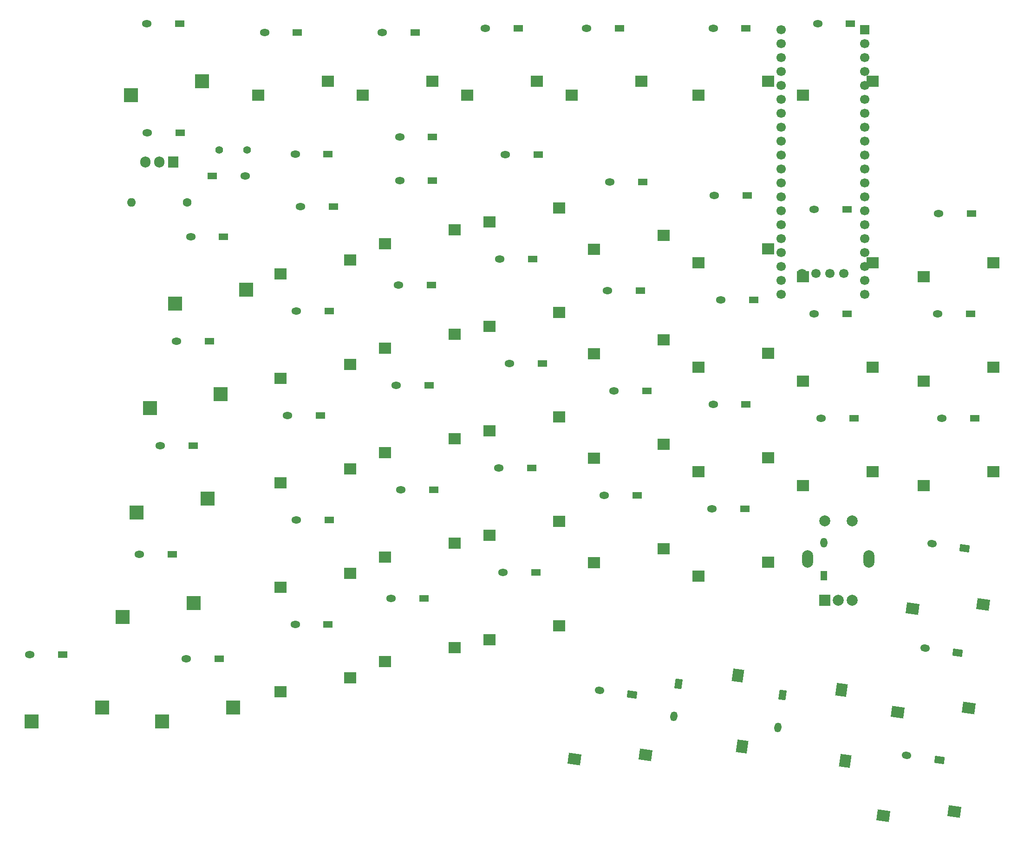
<source format=gbr>
%TF.GenerationSoftware,KiCad,Pcbnew,(6.0.5-0)*%
%TF.CreationDate,2023-01-14T19:39:34-08:00*%
%TF.ProjectId,ergodonk_pcb,6572676f-646f-46e6-9b5f-7063622e6b69,rev?*%
%TF.SameCoordinates,Original*%
%TF.FileFunction,Copper,L2,Bot*%
%TF.FilePolarity,Positive*%
%FSLAX46Y46*%
G04 Gerber Fmt 4.6, Leading zero omitted, Abs format (unit mm)*
G04 Created by KiCad (PCBNEW (6.0.5-0)) date 2023-01-14 19:39:34*
%MOMM*%
%LPD*%
G01*
G04 APERTURE LIST*
G04 Aperture macros list*
%AMHorizOval*
0 Thick line with rounded ends*
0 $1 width*
0 $2 $3 position (X,Y) of the first rounded end (center of the circle)*
0 $4 $5 position (X,Y) of the second rounded end (center of the circle)*
0 Add line between two ends*
20,1,$1,$2,$3,$4,$5,0*
0 Add two circle primitives to create the rounded ends*
1,1,$1,$2,$3*
1,1,$1,$4,$5*%
%AMRotRect*
0 Rectangle, with rotation*
0 The origin of the aperture is its center*
0 $1 length*
0 $2 width*
0 $3 Rotation angle, in degrees counterclockwise*
0 Add horizontal line*
21,1,$1,$2,0,0,$3*%
G04 Aperture macros list end*
%TA.AperFunction,SMDPad,CuDef*%
%ADD10R,2.300000X2.000000*%
%TD*%
%TA.AperFunction,ComponentPad*%
%ADD11R,1.778000X1.300000*%
%TD*%
%TA.AperFunction,ComponentPad*%
%ADD12O,1.778000X1.300000*%
%TD*%
%TA.AperFunction,SMDPad,CuDef*%
%ADD13RotRect,2.300000X2.000000X82.000000*%
%TD*%
%TA.AperFunction,ComponentPad*%
%ADD14RotRect,1.778000X1.300000X172.000000*%
%TD*%
%TA.AperFunction,ComponentPad*%
%ADD15HorizOval,1.300000X-0.236674X0.033262X0.236674X-0.033262X0*%
%TD*%
%TA.AperFunction,WasherPad*%
%ADD16O,2.000000X3.200000*%
%TD*%
%TA.AperFunction,ComponentPad*%
%ADD17R,2.000000X2.000000*%
%TD*%
%TA.AperFunction,ComponentPad*%
%ADD18C,2.000000*%
%TD*%
%TA.AperFunction,SMDPad,CuDef*%
%ADD19RotRect,2.300000X2.000000X352.000000*%
%TD*%
%TA.AperFunction,ComponentPad*%
%ADD20R,1.905000X2.000000*%
%TD*%
%TA.AperFunction,ComponentPad*%
%ADD21O,1.905000X2.000000*%
%TD*%
%TA.AperFunction,ComponentPad*%
%ADD22RotRect,1.778000X1.300000X262.000000*%
%TD*%
%TA.AperFunction,ComponentPad*%
%ADD23HorizOval,1.300000X-0.033262X-0.236674X0.033262X0.236674X0*%
%TD*%
%TA.AperFunction,SMDPad,CuDef*%
%ADD24R,2.550000X2.500000*%
%TD*%
%TA.AperFunction,ComponentPad*%
%ADD25R,1.300000X1.778000*%
%TD*%
%TA.AperFunction,ComponentPad*%
%ADD26O,1.300000X1.778000*%
%TD*%
%TA.AperFunction,ComponentPad*%
%ADD27C,1.600000*%
%TD*%
%TA.AperFunction,ComponentPad*%
%ADD28O,1.600000X1.600000*%
%TD*%
%TA.AperFunction,ComponentPad*%
%ADD29C,1.397000*%
%TD*%
%TA.AperFunction,ComponentPad*%
%ADD30R,1.700000X1.700000*%
%TD*%
%TA.AperFunction,ComponentPad*%
%ADD31C,1.700000*%
%TD*%
G04 APERTURE END LIST*
D10*
%TO.P,SWLH14,1,1*%
%TO.N,col4*%
X121300000Y-60555000D03*
%TO.P,SWLH14,2,2*%
%TO.N,Net-(D14-Pad2)*%
X108600000Y-63095000D03*
%TD*%
D11*
%TO.P,D50,1,K*%
%TO.N,row5*%
X30781250Y-142031250D03*
D12*
%TO.P,D50,2,A*%
%TO.N,Net-(D50-Pad2)*%
X24781250Y-142031250D03*
%TD*%
D10*
%TO.P,SWLH33,1,1*%
%TO.N,col3*%
X102250000Y-102655000D03*
%TO.P,SWLH33,2,2*%
%TO.N,Net-(D33-Pad2)*%
X89550000Y-105195000D03*
%TD*%
D13*
%TO.P,SWLH57,1,1*%
%TO.N,SW47A*%
X172775125Y-148454102D03*
%TO.P,SWLH57,2,2*%
%TO.N,Net-(D57-Pad2)*%
X173522908Y-161384006D03*
%TD*%
D11*
%TO.P,D11,1,K*%
%TO.N,row1*%
X60150000Y-65831250D03*
D12*
%TO.P,D11,2,A*%
%TO.N,Net-(D11-Pad2)*%
X54150000Y-65831250D03*
%TD*%
D11*
%TO.P,D53,1,K*%
%TO.N,row5*%
X96662500Y-131825000D03*
D12*
%TO.P,D53,2,A*%
%TO.N,Net-(D53-Pad2)*%
X90662500Y-131825000D03*
%TD*%
D10*
%TO.P,SWLH35,1,1*%
%TO.N,col5*%
X140350000Y-103655000D03*
%TO.P,SWLH35,2,2*%
%TO.N,Net-(D35-Pad2)*%
X127650000Y-106195000D03*
%TD*%
D11*
%TO.P,D42,1,K*%
%TO.N,row4*%
X79387500Y-117481250D03*
D12*
%TO.P,D42,2,A*%
%TO.N,Net-(D42-Pad2)*%
X73387500Y-117481250D03*
%TD*%
D14*
%TO.P,D58,1,K*%
%TO.N,row5*%
X194014002Y-141675261D03*
D15*
%TO.P,D58,2,A*%
%TO.N,Net-(D58-Pad2)*%
X188072394Y-140840223D03*
%TD*%
D11*
%TO.P,D13,1,K*%
%TO.N,row1*%
X98250000Y-55625000D03*
D12*
%TO.P,D13,2,A*%
%TO.N,Net-(D13-Pad2)*%
X92250000Y-55625000D03*
%TD*%
D11*
%TO.P,D54,1,K*%
%TO.N,row5*%
X117125000Y-127031250D03*
D12*
%TO.P,D54,2,A*%
%TO.N,Net-(D54-Pad2)*%
X111125000Y-127031250D03*
%TD*%
D10*
%TO.P,SWLH12,1,1*%
%TO.N,col2*%
X83200000Y-70055000D03*
%TO.P,SWLH12,2,2*%
%TO.N,Net-(D12-Pad2)*%
X70500000Y-72595000D03*
%TD*%
%TO.P,SWLH43,1,1*%
%TO.N,col3*%
X102250000Y-121705000D03*
%TO.P,SWLH43,2,2*%
%TO.N,Net-(D43-Pad2)*%
X89550000Y-124245000D03*
%TD*%
%TO.P,SWLH2,1,1*%
%TO.N,col2*%
X79200000Y-37505000D03*
%TO.P,SWLH2,2,2*%
%TO.N,Net-(D2-Pad2)*%
X66500000Y-40045000D03*
%TD*%
D11*
%TO.P,D52,1,K*%
%TO.N,row5*%
X79200000Y-136531250D03*
D12*
%TO.P,D52,2,A*%
%TO.N,Net-(D52-Pad2)*%
X73200000Y-136531250D03*
%TD*%
D11*
%TO.P,D3,1,K*%
%TO.N,row0*%
X95043750Y-28575000D03*
D12*
%TO.P,D3,2,A*%
%TO.N,Net-(D3-Pad2)*%
X89043750Y-28575000D03*
%TD*%
D11*
%TO.P,D15,1,K*%
%TO.N,row1*%
X136537500Y-55831250D03*
D12*
%TO.P,D15,2,A*%
%TO.N,Net-(D15-Pad2)*%
X130537500Y-55831250D03*
%TD*%
D11*
%TO.P,D36,1,K*%
%TO.N,row3*%
X155400000Y-96431250D03*
D12*
%TO.P,D36,2,A*%
%TO.N,Net-(D36-Pad2)*%
X149400000Y-96431250D03*
%TD*%
D11*
%TO.P,D22,1,K*%
%TO.N,row2*%
X79387500Y-79381250D03*
D12*
%TO.P,D22,2,A*%
%TO.N,Net-(D22-Pad2)*%
X73387500Y-79381250D03*
%TD*%
D10*
%TO.P,SWLH53,1,1*%
%TO.N,col3*%
X102250000Y-140755000D03*
%TO.P,SWLH53,2,2*%
%TO.N,Net-(D53-Pad2)*%
X89550000Y-143295000D03*
%TD*%
%TO.P,SWLH3,1,1*%
%TO.N,col3*%
X98250000Y-37505000D03*
%TO.P,SWLH3,2,2*%
%TO.N,Net-(D3-Pad2)*%
X85550000Y-40045000D03*
%TD*%
D11*
%TO.P,D_sol_1,1,K*%
%TO.N,SOL_VCC*%
X58118750Y-54768750D03*
D12*
%TO.P,D_sol_1,2,A*%
%TO.N,Net-(D_sol_1-Pad2)*%
X64118750Y-54768750D03*
%TD*%
D16*
%TO.P,SWLH_ROT1,*%
%TO.N,*%
X177843750Y-124618750D03*
X166643750Y-124618750D03*
D17*
%TO.P,SWLH_ROT1,A,A*%
%TO.N,encA*%
X169743750Y-132118750D03*
D18*
%TO.P,SWLH_ROT1,B,B*%
%TO.N,encB*%
X174743750Y-132118750D03*
%TO.P,SWLH_ROT1,C,C*%
%TO.N,SOL_GND*%
X172243750Y-132118750D03*
%TO.P,SWLH_ROT1,S1,S1*%
%TO.N,SW47A*%
X174743750Y-117618750D03*
%TO.P,SWLH_ROT1,S2,S2*%
%TO.N,SW47B*%
X169743750Y-117618750D03*
%TD*%
D10*
%TO.P,SWLH45,1,1*%
%TO.N,col5*%
X140350000Y-122705000D03*
%TO.P,SWLH45,2,2*%
%TO.N,Net-(D45-Pad2)*%
X127650000Y-125245000D03*
%TD*%
D11*
%TO.P,D1,1,K*%
%TO.N,row0*%
X52150000Y-26987500D03*
D12*
%TO.P,D1,2,A*%
%TO.N,Net-(D1-Pad2)*%
X46150000Y-26987500D03*
%TD*%
D11*
%TO.P,D6,1,K*%
%TO.N,row0*%
X155400000Y-27781250D03*
D12*
%TO.P,D6,2,A*%
%TO.N,Net-(D6-Pad2)*%
X149400000Y-27781250D03*
%TD*%
D19*
%TO.P,SWLH68,1,1*%
%TO.N,col8*%
X193357815Y-170639566D03*
%TO.P,SWLH68,2,2*%
%TO.N,Net-(D68-Pad2)*%
X180427911Y-171387349D03*
%TD*%
D10*
%TO.P,SWLH27,1,1*%
%TO.N,SW47A*%
X178450000Y-89605000D03*
%TO.P,SWLH27,2,2*%
%TO.N,Net-(D27-Pad2)*%
X165750000Y-92145000D03*
%TD*%
%TO.P,SWLH4,1,1*%
%TO.N,col4*%
X117300000Y-37505000D03*
%TO.P,SWLH4,2,2*%
%TO.N,Net-(D4-Pad2)*%
X104600000Y-40045000D03*
%TD*%
D19*
%TO.P,SWLH65,1,1*%
%TO.N,col5*%
X137095401Y-160327747D03*
%TO.P,SWLH65,2,2*%
%TO.N,Net-(D65-Pad2)*%
X124165497Y-161075530D03*
%TD*%
D20*
%TO.P,Q1,1,B*%
%TO.N,Net-(Q1-Pad1)*%
X50958750Y-52236250D03*
D21*
%TO.P,Q1,2,C*%
%TO.N,Net-(D_sol_1-Pad2)*%
X48418750Y-52236250D03*
%TO.P,Q1,3,E*%
%TO.N,SOL_GND*%
X45878750Y-52236250D03*
%TD*%
D10*
%TO.P,SWLH22,1,1*%
%TO.N,col2*%
X83200000Y-89105000D03*
%TO.P,SWLH22,2,2*%
%TO.N,Net-(D22-Pad2)*%
X70500000Y-91645000D03*
%TD*%
D11*
%TO.P,D18,1,K*%
%TO.N,row1*%
X196500000Y-61625000D03*
D12*
%TO.P,D18,2,A*%
%TO.N,Net-(D18-Pad2)*%
X190500000Y-61625000D03*
%TD*%
D11*
%TO.P,D27,1,K*%
%TO.N,row2*%
X173831250Y-79881250D03*
D12*
%TO.P,D27,2,A*%
%TO.N,Net-(D27-Pad2)*%
X167831250Y-79881250D03*
%TD*%
D10*
%TO.P,SWLH16,1,1*%
%TO.N,col6*%
X159400000Y-68055000D03*
%TO.P,SWLH16,2,2*%
%TO.N,Net-(D16-Pad2)*%
X146700000Y-70595000D03*
%TD*%
D11*
%TO.P,D31,1,K*%
%TO.N,row3*%
X54593750Y-103931250D03*
D12*
%TO.P,D31,2,A*%
%TO.N,Net-(D31-Pad2)*%
X48593750Y-103931250D03*
%TD*%
D19*
%TO.P,SWLH58,1,1*%
%TO.N,col8*%
X196009062Y-151774959D03*
%TO.P,SWLH58,2,2*%
%TO.N,Net-(D58-Pad2)*%
X183079158Y-152522742D03*
%TD*%
D10*
%TO.P,SWLH44,1,1*%
%TO.N,col4*%
X121300000Y-117705000D03*
%TO.P,SWLH44,2,2*%
%TO.N,Net-(D44-Pad2)*%
X108600000Y-120245000D03*
%TD*%
D11*
%TO.P,D46,1,K*%
%TO.N,row4*%
X155225000Y-115481250D03*
D12*
%TO.P,D46,2,A*%
%TO.N,Net-(D46-Pad2)*%
X149225000Y-115481250D03*
%TD*%
D11*
%TO.P,D35,1,K*%
%TO.N,row3*%
X137331250Y-93931250D03*
D12*
%TO.P,D35,2,A*%
%TO.N,Net-(D35-Pad2)*%
X131331250Y-93931250D03*
%TD*%
D11*
%TO.P,D17,1,K*%
%TO.N,row1*%
X173843750Y-60831250D03*
D12*
%TO.P,D17,2,A*%
%TO.N,Net-(D17-Pad2)*%
X167843750Y-60831250D03*
%TD*%
D11*
%TO.P,D21,1,K*%
%TO.N,row2*%
X57593750Y-84881250D03*
D12*
%TO.P,D21,2,A*%
%TO.N,Net-(D21-Pad2)*%
X51593750Y-84881250D03*
%TD*%
D11*
%TO.P,D16,1,K*%
%TO.N,row1*%
X155587500Y-58331250D03*
D12*
%TO.P,D16,2,A*%
%TO.N,Net-(D16-Pad2)*%
X149587500Y-58331250D03*
%TD*%
D10*
%TO.P,SWLH52,1,1*%
%TO.N,col2*%
X83200000Y-146255000D03*
%TO.P,SWLH52,2,2*%
%TO.N,Net-(D52-Pad2)*%
X70500000Y-148795000D03*
%TD*%
D11*
%TO.P,D23,1,K*%
%TO.N,row2*%
X98062500Y-74675000D03*
D12*
%TO.P,D23,2,A*%
%TO.N,Net-(D23-Pad2)*%
X92062500Y-74675000D03*
%TD*%
D11*
%TO.P,D34,1,K*%
%TO.N,row3*%
X118281250Y-88931250D03*
D12*
%TO.P,D34,2,A*%
%TO.N,Net-(D34-Pad2)*%
X112281250Y-88931250D03*
%TD*%
D13*
%TO.P,SWLH56,1,1*%
%TO.N,col6*%
X153906169Y-145833800D03*
%TO.P,SWLH56,2,2*%
%TO.N,Net-(D56-Pad2)*%
X154653952Y-158763704D03*
%TD*%
D11*
%TO.P,H1,1*%
%TO.N,N/C*%
X79200000Y-50800000D03*
D12*
%TO.P,H1,2*%
X73200000Y-50800000D03*
%TD*%
D11*
%TO.P,D4,1,K*%
%TO.N,row0*%
X113906250Y-27781250D03*
D12*
%TO.P,D4,2,A*%
%TO.N,Net-(D4-Pad2)*%
X107906250Y-27781250D03*
%TD*%
D14*
%TO.P,D68,1,K*%
%TO.N,row6*%
X190639558Y-161239780D03*
D15*
%TO.P,D68,2,A*%
%TO.N,Net-(D68-Pad2)*%
X184697950Y-160404742D03*
%TD*%
D10*
%TO.P,SWLH28,1,1*%
%TO.N,col8*%
X200500000Y-89605000D03*
%TO.P,SWLH28,2,2*%
%TO.N,Net-(D28-Pad2)*%
X187800000Y-92145000D03*
%TD*%
%TO.P,SWLH26,1,1*%
%TO.N,col6*%
X159400000Y-87105000D03*
%TO.P,SWLH26,2,2*%
%TO.N,Net-(D26-Pad2)*%
X146700000Y-89645000D03*
%TD*%
%TO.P,SWLH24,1,1*%
%TO.N,col4*%
X121300000Y-79605000D03*
%TO.P,SWLH24,2,2*%
%TO.N,Net-(D24-Pad2)*%
X108600000Y-82145000D03*
%TD*%
%TO.P,SWLH7,1,1*%
%TO.N,SW47A*%
X178450000Y-37505000D03*
%TO.P,SWLH7,2,2*%
%TO.N,Net-(D7-Pad2)*%
X165750000Y-40045000D03*
%TD*%
D22*
%TO.P,D57,1,K*%
%TO.N,row5*%
X162024225Y-149379371D03*
D23*
%TO.P,D57,2,A*%
%TO.N,Net-(D57-Pad2)*%
X161189187Y-155320979D03*
%TD*%
D24*
%TO.P,SWLH31,1,1*%
%TO.N,col1*%
X57250000Y-113615000D03*
%TO.P,SWLH31,2,2*%
%TO.N,Net-(D31-Pad2)*%
X44323000Y-116155000D03*
%TD*%
D11*
%TO.P,D7,1,K*%
%TO.N,row0*%
X174450000Y-26987500D03*
D12*
%TO.P,D7,2,A*%
%TO.N,Net-(D7-Pad2)*%
X168450000Y-26987500D03*
%TD*%
D24*
%TO.P,SWLH41,1,1*%
%TO.N,col1*%
X54710000Y-132665000D03*
%TO.P,SWLH41,2,2*%
%TO.N,Net-(D41-Pad2)*%
X41783000Y-135205000D03*
%TD*%
D10*
%TO.P,SWLH38,1,1*%
%TO.N,col8*%
X200500000Y-108655000D03*
%TO.P,SWLH38,2,2*%
%TO.N,Net-(D38-Pad2)*%
X187800000Y-111195000D03*
%TD*%
%TO.P,SWLH6,1,1*%
%TO.N,col6*%
X159400000Y-37505000D03*
%TO.P,SWLH6,2,2*%
%TO.N,Net-(D6-Pad2)*%
X146700000Y-40045000D03*
%TD*%
D11*
%TO.P,D41,1,K*%
%TO.N,row4*%
X50812500Y-123775000D03*
D12*
%TO.P,D41,2,A*%
%TO.N,Net-(D41-Pad2)*%
X44812500Y-123775000D03*
%TD*%
D10*
%TO.P,SWLH46,1,1*%
%TO.N,col6*%
X159400000Y-125205000D03*
%TO.P,SWLH46,2,2*%
%TO.N,Net-(D46-Pad2)*%
X146700000Y-127745000D03*
%TD*%
D11*
%TO.P,D2,1,K*%
%TO.N,row0*%
X73612500Y-28575000D03*
D12*
%TO.P,D2,2,A*%
%TO.N,Net-(D2-Pad2)*%
X67612500Y-28575000D03*
%TD*%
D11*
%TO.P,D24,1,K*%
%TO.N,row2*%
X116506250Y-69881250D03*
D12*
%TO.P,D24,2,A*%
%TO.N,Net-(D24-Pad2)*%
X110506250Y-69881250D03*
%TD*%
D24*
%TO.P,SWLH21,1,1*%
%TO.N,col1*%
X59631250Y-94565000D03*
%TO.P,SWLH21,2,2*%
%TO.N,Net-(D21-Pad2)*%
X46704250Y-97105000D03*
%TD*%
%TO.P,SWLH51,1,1*%
%TO.N,col1*%
X61853750Y-151715000D03*
%TO.P,SWLH51,2,2*%
%TO.N,Net-(D51-Pad2)*%
X48926750Y-154255000D03*
%TD*%
D11*
%TO.P,D5,1,K*%
%TO.N,row0*%
X132350000Y-27781250D03*
D12*
%TO.P,D5,2,A*%
%TO.N,Net-(D5-Pad2)*%
X126350000Y-27781250D03*
%TD*%
D10*
%TO.P,SWLH34,1,1*%
%TO.N,col4*%
X121300000Y-98655000D03*
%TO.P,SWLH34,2,2*%
%TO.N,Net-(D34-Pad2)*%
X108600000Y-101195000D03*
%TD*%
D11*
%TO.P,D12,1,K*%
%TO.N,row1*%
X80181250Y-60331250D03*
D12*
%TO.P,D12,2,A*%
%TO.N,Net-(D12-Pad2)*%
X74181250Y-60331250D03*
%TD*%
D11*
%TO.P,D33,1,K*%
%TO.N,row3*%
X97631250Y-92931250D03*
D12*
%TO.P,D33,2,A*%
%TO.N,Net-(D33-Pad2)*%
X91631250Y-92931250D03*
%TD*%
D11*
%TO.P,D45,1,K*%
%TO.N,row4*%
X135556250Y-112981250D03*
D12*
%TO.P,D45,2,A*%
%TO.N,Net-(D45-Pad2)*%
X129556250Y-112981250D03*
%TD*%
D24*
%TO.P,SWLH50,1,1*%
%TO.N,col0*%
X38041250Y-151715000D03*
%TO.P,SWLH50,2,2*%
%TO.N,Net-(D50-Pad2)*%
X25114250Y-154255000D03*
%TD*%
D10*
%TO.P,SWLH37,1,1*%
%TO.N,SW47A*%
X178450000Y-108655000D03*
%TO.P,SWLH37,2,2*%
%TO.N,Net-(D37-Pad2)*%
X165750000Y-111195000D03*
%TD*%
D11*
%TO.P,D43,1,K*%
%TO.N,row4*%
X98437500Y-111981250D03*
D12*
%TO.P,D43,2,A*%
%TO.N,Net-(D43-Pad2)*%
X92437500Y-111981250D03*
%TD*%
D10*
%TO.P,SWLH5,1,1*%
%TO.N,col5*%
X136350000Y-37505000D03*
%TO.P,SWLH5,2,2*%
%TO.N,Net-(D5-Pad2)*%
X123650000Y-40045000D03*
%TD*%
D11*
%TO.P,D26,1,K*%
%TO.N,row2*%
X156800000Y-77381250D03*
D12*
%TO.P,D26,2,A*%
%TO.N,Net-(D26-Pad2)*%
X150800000Y-77381250D03*
%TD*%
D10*
%TO.P,SWLH42,1,1*%
%TO.N,col2*%
X83200000Y-127205000D03*
%TO.P,SWLH42,2,2*%
%TO.N,Net-(D42-Pad2)*%
X70500000Y-129745000D03*
%TD*%
D19*
%TO.P,SWLH48,1,1*%
%TO.N,col8*%
X198660310Y-132910353D03*
%TO.P,SWLH48,2,2*%
%TO.N,Net-(D48-Pad2)*%
X185730406Y-133658136D03*
%TD*%
D10*
%TO.P,SWLH32,1,1*%
%TO.N,col2*%
X83200000Y-108155000D03*
%TO.P,SWLH32,2,2*%
%TO.N,Net-(D32-Pad2)*%
X70500000Y-110695000D03*
%TD*%
D11*
%TO.P,D38,1,K*%
%TO.N,row3*%
X197118750Y-98931250D03*
D12*
%TO.P,D38,2,A*%
%TO.N,Net-(D38-Pad2)*%
X191118750Y-98931250D03*
%TD*%
D10*
%TO.P,SWLH23,1,1*%
%TO.N,col3*%
X102250000Y-83605000D03*
%TO.P,SWLH23,2,2*%
%TO.N,Net-(D23-Pad2)*%
X89550000Y-86145000D03*
%TD*%
D11*
%TO.P,J_SOL_1,1,Pin_1*%
%TO.N,Net-(D_sol_1-Pad2)*%
X52212500Y-46831250D03*
D12*
%TO.P,J_SOL_1,2,Pin_2*%
%TO.N,SOL_VCC*%
X46212500Y-46831250D03*
%TD*%
D11*
%TO.P,D14,1,K*%
%TO.N,row1*%
X117487500Y-50831250D03*
D12*
%TO.P,D14,2,A*%
%TO.N,Net-(D14-Pad2)*%
X111487500Y-50831250D03*
%TD*%
D10*
%TO.P,SWLH36,1,1*%
%TO.N,col6*%
X159400000Y-106155000D03*
%TO.P,SWLH36,2,2*%
%TO.N,Net-(D36-Pad2)*%
X146700000Y-108695000D03*
%TD*%
D11*
%TO.P,D37,1,K*%
%TO.N,row3*%
X175068750Y-98931250D03*
D12*
%TO.P,D37,2,A*%
%TO.N,Net-(D37-Pad2)*%
X169068750Y-98931250D03*
%TD*%
D24*
%TO.P,SWLH11,1,1*%
%TO.N,col1*%
X64235000Y-75515000D03*
%TO.P,SWLH11,2,2*%
%TO.N,Net-(D11-Pad2)*%
X51308000Y-78055000D03*
%TD*%
D11*
%TO.P,J1,1*%
%TO.N,N/C*%
X98250000Y-47625000D03*
D12*
%TO.P,J1,2*%
X92250000Y-47625000D03*
%TD*%
D10*
%TO.P,SWLH17,1,1*%
%TO.N,SW47A*%
X178450000Y-70555000D03*
%TO.P,SWLH17,2,2*%
%TO.N,Net-(D17-Pad2)*%
X165750000Y-73095000D03*
%TD*%
%TO.P,SWLH54,1,1*%
%TO.N,col4*%
X121300000Y-136755000D03*
%TO.P,SWLH54,2,2*%
%TO.N,Net-(D54-Pad2)*%
X108600000Y-139295000D03*
%TD*%
D11*
%TO.P,D44,1,K*%
%TO.N,row4*%
X116318750Y-107981250D03*
D12*
%TO.P,D44,2,A*%
%TO.N,Net-(D44-Pad2)*%
X110318750Y-107981250D03*
%TD*%
D22*
%TO.P,D56,1,K*%
%TO.N,row5*%
X143070896Y-147359419D03*
D23*
%TO.P,D56,2,A*%
%TO.N,Net-(D56-Pad2)*%
X142235858Y-153301027D03*
%TD*%
D10*
%TO.P,SWLH18,1,1*%
%TO.N,col8*%
X200500000Y-70555000D03*
%TO.P,SWLH18,2,2*%
%TO.N,Net-(D18-Pad2)*%
X187800000Y-73095000D03*
%TD*%
D11*
%TO.P,D32,1,K*%
%TO.N,row3*%
X77800000Y-98431250D03*
D12*
%TO.P,D32,2,A*%
%TO.N,Net-(D32-Pad2)*%
X71800000Y-98431250D03*
%TD*%
D25*
%TO.P,D47,1,K*%
%TO.N,row4*%
X169568750Y-127612500D03*
D26*
%TO.P,D47,2,A*%
%TO.N,SW47B*%
X169568750Y-121612500D03*
%TD*%
D27*
%TO.P,R2,1*%
%TO.N,Net-(Q1-Pad1)*%
X53498750Y-59531250D03*
D28*
%TO.P,R2,2*%
%TO.N,Net-(R2-Pad2)*%
X43338750Y-59531250D03*
%TD*%
D11*
%TO.P,D25,1,K*%
%TO.N,row2*%
X136175000Y-75675000D03*
D12*
%TO.P,D25,2,A*%
%TO.N,Net-(D25-Pad2)*%
X130175000Y-75675000D03*
%TD*%
D10*
%TO.P,SWLH25,1,1*%
%TO.N,col5*%
X140350000Y-84605000D03*
%TO.P,SWLH25,2,2*%
%TO.N,Net-(D25-Pad2)*%
X127650000Y-87145000D03*
%TD*%
D24*
%TO.P,SWLH1,1,1*%
%TO.N,col1*%
X56235000Y-37465000D03*
%TO.P,SWLH1,2,2*%
%TO.N,Net-(D1-Pad2)*%
X43308000Y-40005000D03*
%TD*%
D10*
%TO.P,SWLH13,1,1*%
%TO.N,col3*%
X102250000Y-64555000D03*
%TO.P,SWLH13,2,2*%
%TO.N,Net-(D13-Pad2)*%
X89550000Y-67095000D03*
%TD*%
D14*
%TO.P,D48,1,K*%
%TO.N,row4*%
X195266496Y-122614072D03*
D15*
%TO.P,D48,2,A*%
%TO.N,Net-(D48-Pad2)*%
X189324888Y-121779034D03*
%TD*%
D11*
%TO.P,D28,1,K*%
%TO.N,row2*%
X196312500Y-79881250D03*
D12*
%TO.P,D28,2,A*%
%TO.N,Net-(D28-Pad2)*%
X190312500Y-79881250D03*
%TD*%
D11*
%TO.P,D51,1,K*%
%TO.N,row5*%
X59356250Y-142825000D03*
D12*
%TO.P,D51,2,A*%
%TO.N,Net-(D51-Pad2)*%
X53356250Y-142825000D03*
%TD*%
D29*
%TO.P,R1,1*%
%TO.N,Net-(J1-PadR2)*%
X64452500Y-50006250D03*
%TO.P,R1,2*%
%TO.N,TRRS1*%
X59372500Y-50006250D03*
%TD*%
D14*
%TO.P,D65,1,K*%
%TO.N,row6*%
X134598081Y-149355911D03*
D15*
%TO.P,D65,2,A*%
%TO.N,Net-(D65-Pad2)*%
X128656473Y-148520873D03*
%TD*%
D10*
%TO.P,SWLH15,1,1*%
%TO.N,col5*%
X140350000Y-65555000D03*
%TO.P,SWLH15,2,2*%
%TO.N,Net-(D15-Pad2)*%
X127650000Y-68095000D03*
%TD*%
D30*
%TO.P,ULH1,1,PB12*%
%TO.N,row0*%
X177006250Y-28098750D03*
D31*
%TO.P,ULH1,2,PB13*%
%TO.N,row1*%
X177006250Y-30638750D03*
%TO.P,ULH1,3,PB14*%
%TO.N,row2*%
X177006250Y-33178750D03*
%TO.P,ULH1,4,PB15*%
%TO.N,row3*%
X177006250Y-35718750D03*
%TO.P,ULH1,5,PA8*%
%TO.N,row4*%
X177006250Y-38258750D03*
%TO.P,ULH1,6,PA9*%
%TO.N,unconnected-(ULH1-Pad6)*%
X177006250Y-40798750D03*
%TO.P,ULH1,7,PA10*%
%TO.N,unconnected-(ULH1-Pad7)*%
X177006250Y-43338750D03*
%TO.P,ULH1,8,PA11*%
%TO.N,unconnected-(ULH1-Pad8)*%
X177006250Y-45878750D03*
%TO.P,ULH1,9,PA12*%
%TO.N,unconnected-(ULH1-Pad9)*%
X177006250Y-48418750D03*
%TO.P,ULH1,10,PA15*%
%TO.N,row5*%
X177006250Y-50958750D03*
%TO.P,ULH1,11,PB3*%
%TO.N,row6*%
X177006250Y-53498750D03*
%TO.P,ULH1,12,PB4*%
%TO.N,col4*%
X177006250Y-56038750D03*
%TO.P,ULH1,13,PB5*%
%TO.N,col5*%
X177006250Y-58578750D03*
%TO.P,ULH1,14,PB6*%
%TO.N,TRRS1*%
X177006250Y-61118750D03*
%TO.P,ULH1,15,PB7*%
%TO.N,SW47A*%
X177006250Y-63658750D03*
%TO.P,ULH1,16,PB8*%
%TO.N,col8*%
X177006250Y-66198750D03*
%TO.P,ULH1,17,PB9*%
%TO.N,unconnected-(ULH1-Pad17)*%
X177006250Y-68738750D03*
%TO.P,ULH1,18,5V*%
%TO.N,SOL_VCC*%
X177006250Y-71278750D03*
%TO.P,ULH1,19,GND*%
%TO.N,SOL_GND*%
X177006250Y-73818750D03*
%TO.P,ULH1,20,3V3*%
%TO.N,unconnected-(ULH1-Pad20)*%
X177006250Y-76358750D03*
%TO.P,ULH1,21,VBat*%
%TO.N,unconnected-(ULH1-Pad21)*%
X161766250Y-76358750D03*
%TO.P,ULH1,22,PC13*%
%TO.N,col0*%
X161766250Y-73818750D03*
%TO.P,ULH1,23,PC14*%
%TO.N,col1*%
X161766250Y-71278750D03*
%TO.P,ULH1,24,PC15*%
%TO.N,col2*%
X161766250Y-68738750D03*
%TO.P,ULH1,25,RES*%
%TO.N,unconnected-(ULH1-Pad25)*%
X161766250Y-66198750D03*
%TO.P,ULH1,26,PA0*%
%TO.N,col3*%
X161766250Y-63658750D03*
%TO.P,ULH1,27,PA1*%
%TO.N,unconnected-(ULH1-Pad27)*%
X161766250Y-61118750D03*
%TO.P,ULH1,28,PA2*%
%TO.N,unconnected-(ULH1-Pad28)*%
X161766250Y-58578750D03*
%TO.P,ULH1,29,PA3*%
%TO.N,unconnected-(ULH1-Pad29)*%
X161766250Y-56038750D03*
%TO.P,ULH1,30,PA4*%
%TO.N,unconnected-(ULH1-Pad30)*%
X161766250Y-53498750D03*
%TO.P,ULH1,31,PA5*%
%TO.N,unconnected-(ULH1-Pad31)*%
X161766250Y-50958750D03*
%TO.P,ULH1,32,PA6*%
%TO.N,unconnected-(ULH1-Pad32)*%
X161766250Y-48418750D03*
%TO.P,ULH1,33,PA7*%
%TO.N,unconnected-(ULH1-Pad33)*%
X161766250Y-45878750D03*
%TO.P,ULH1,34,PB0*%
%TO.N,HAND*%
X161766250Y-43338750D03*
%TO.P,ULH1,35,PB1*%
%TO.N,Net-(R2-Pad2)*%
X161766250Y-40798750D03*
%TO.P,ULH1,36,PB2*%
%TO.N,unconnected-(ULH1-Pad36)*%
X161766250Y-38258750D03*
%TO.P,ULH1,37,PB10*%
%TO.N,col6*%
X161766250Y-35718750D03*
%TO.P,ULH1,38,3V3*%
%TO.N,HAND*%
X161766250Y-33178750D03*
%TO.P,ULH1,39,GND*%
%TO.N,SOL_GND*%
X161766250Y-30638750D03*
%TO.P,ULH1,40,5V*%
%TO.N,SOL_VCC*%
X161766250Y-28098750D03*
%TO.P,ULH1,41,GND*%
%TO.N,SOL_GND*%
X165574250Y-72547750D03*
%TO.P,ULH1,42,SWCLK*%
%TO.N,encB*%
X168114250Y-72547750D03*
%TO.P,ULH1,43,SWIO*%
%TO.N,encA*%
X170654250Y-72547750D03*
%TO.P,ULH1,44,3V3*%
%TO.N,unconnected-(ULH1-Pad44)*%
X173194250Y-72547750D03*
%TD*%
M02*

</source>
